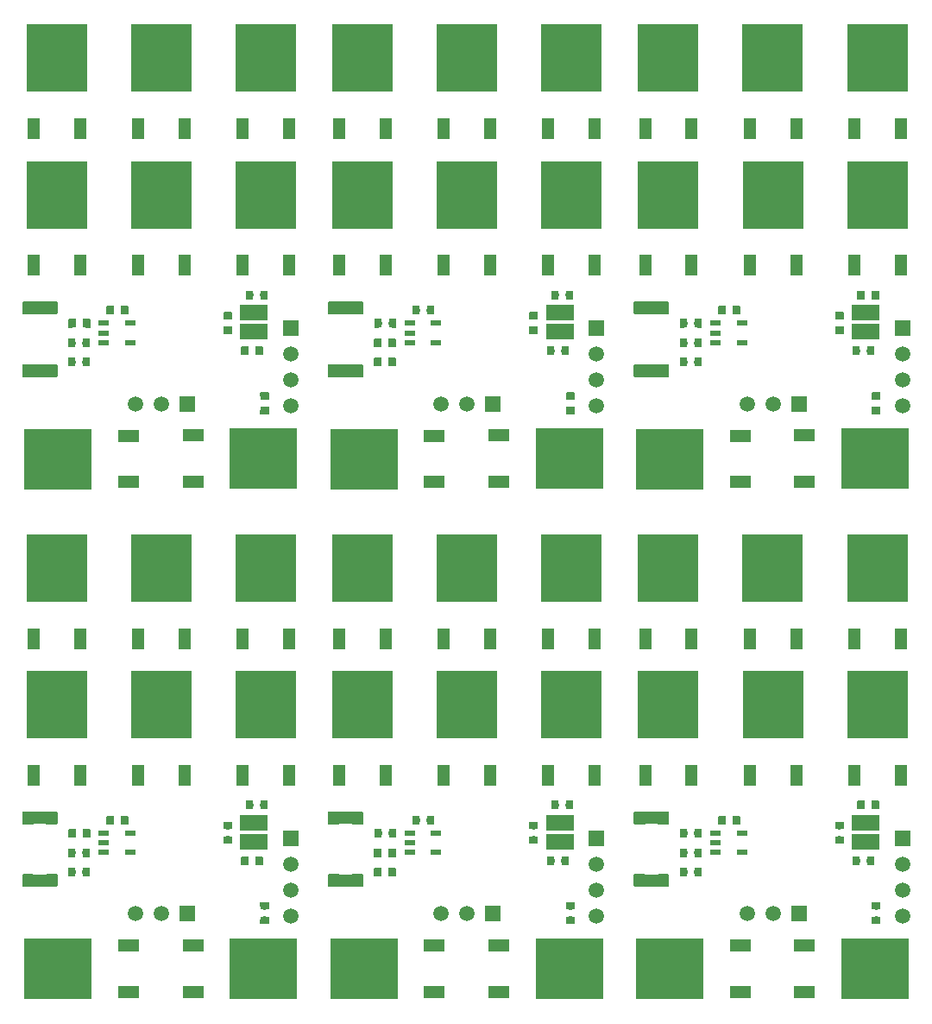
<source format=gbp>
G04*
G04 #@! TF.GenerationSoftware,Altium Limited,Altium Designer,20.1.11 (218)*
G04*
G04 Layer_Color=128*
%FSLAX25Y25*%
%MOIN*%
G70*
G04*
G04 #@! TF.SameCoordinates,9421AAF7-A1CE-47F4-AB83-8062CB6876A7*
G04*
G04*
G04 #@! TF.FilePolarity,Positive*
G04*
G01*
G75*
%ADD11R,0.03543X0.03150*%
%ADD12R,0.05906X0.05906*%
%ADD13C,0.05906*%
%ADD14R,0.03150X0.03543*%
%ADD25R,0.07874X0.04724*%
%ADD26R,0.26378X0.23622*%
%ADD27R,0.04724X0.07874*%
%ADD28R,0.23622X0.26378*%
%ADD29R,0.13606X0.05049*%
%ADD30R,0.03937X0.02362*%
%ADD31R,0.10630X0.05906*%
%ADD32R,0.05906X0.05906*%
G36*
X543330Y381205D02*
Y378307D01*
X543078Y378055D01*
X541913D01*
X540327Y379212D01*
Y380300D01*
X541913Y381457D01*
X543078D01*
X543330Y381205D01*
D02*
G37*
G36*
X537847Y380300D02*
Y379212D01*
X536261Y378055D01*
X535096D01*
X534844Y378307D01*
Y381205D01*
X535096Y381457D01*
X536261D01*
X537847Y380300D01*
D02*
G37*
G36*
X425220Y381205D02*
Y378307D01*
X424968Y378055D01*
X423803D01*
X422217Y379212D01*
Y380300D01*
X423803Y381457D01*
X424968D01*
X425220Y381205D01*
D02*
G37*
G36*
X419737Y380300D02*
Y379212D01*
X418150Y378055D01*
X416986D01*
X416734Y378307D01*
Y381205D01*
X416986Y381457D01*
X418150D01*
X419737Y380300D01*
D02*
G37*
G36*
X307110Y381205D02*
Y378307D01*
X306858Y378055D01*
X305693D01*
X304107Y379212D01*
Y380300D01*
X305693Y381457D01*
X306858D01*
X307110Y381205D01*
D02*
G37*
G36*
X301626Y380300D02*
Y379212D01*
X300040Y378055D01*
X298875D01*
X298623Y378307D01*
Y381205D01*
X298875Y381457D01*
X300040D01*
X301626Y380300D01*
D02*
G37*
G36*
X462130Y376876D02*
Y372614D01*
X461736Y372220D01*
X458034D01*
X457640Y372614D01*
Y373543D01*
X457246Y373937D01*
X453407D01*
X453014Y373543D01*
Y372614D01*
X452620Y372220D01*
X448917D01*
X448524Y372614D01*
Y376876D01*
X448917Y377270D01*
X461736D01*
X462130Y376876D01*
D02*
G37*
G36*
X344020D02*
Y372614D01*
X343626Y372220D01*
X339923D01*
X339530Y372614D01*
Y373543D01*
X339136Y373937D01*
X335297D01*
X334903Y373543D01*
Y372614D01*
X334510Y372220D01*
X330807D01*
X330413Y372614D01*
Y376876D01*
X330807Y377270D01*
X343626D01*
X344020Y376876D01*
D02*
G37*
G36*
X225909D02*
Y372614D01*
X225516Y372220D01*
X221813D01*
X221419Y372614D01*
Y373543D01*
X221026Y373937D01*
X217187D01*
X216793Y373543D01*
Y372614D01*
X216400Y372220D01*
X212697D01*
X212303Y372614D01*
Y376876D01*
X212697Y377270D01*
X225516D01*
X225909Y376876D01*
D02*
G37*
G36*
X489590Y375299D02*
Y372402D01*
X489338Y372150D01*
X488173D01*
X486587Y373306D01*
Y374395D01*
X488173Y375551D01*
X489338D01*
X489590Y375299D01*
D02*
G37*
G36*
X484106Y374395D02*
Y373306D01*
X482520Y372150D01*
X481355D01*
X481103Y372402D01*
Y375299D01*
X481355Y375551D01*
X482520D01*
X484106Y374395D01*
D02*
G37*
G36*
X371480Y375299D02*
Y372402D01*
X371228Y372150D01*
X370063D01*
X368476Y373306D01*
Y374395D01*
X370063Y375551D01*
X371228D01*
X371480Y375299D01*
D02*
G37*
G36*
X365996Y374395D02*
Y373306D01*
X364410Y372150D01*
X363245D01*
X362993Y372402D01*
Y375299D01*
X363245Y375551D01*
X364410D01*
X365996Y374395D01*
D02*
G37*
G36*
X253369Y375299D02*
Y372402D01*
X253117Y372150D01*
X251952D01*
X250366Y373306D01*
Y374395D01*
X251952Y375551D01*
X253117D01*
X253369Y375299D01*
D02*
G37*
G36*
X247886Y374395D02*
Y373306D01*
X246300Y372150D01*
X245135D01*
X244883Y372402D01*
Y375299D01*
X245135Y375551D01*
X246300D01*
X247886Y374395D01*
D02*
G37*
G36*
X529665Y373019D02*
Y371854D01*
X528509Y370268D01*
X527420D01*
X526264Y371854D01*
Y373019D01*
X526516Y373271D01*
X529413D01*
X529665Y373019D01*
D02*
G37*
G36*
X411555D02*
Y371854D01*
X410399Y370268D01*
X409310D01*
X408153Y371854D01*
Y373019D01*
X408405Y373271D01*
X411303D01*
X411555Y373019D01*
D02*
G37*
G36*
X293445D02*
Y371854D01*
X292288Y370268D01*
X291200D01*
X290043Y371854D01*
Y373019D01*
X290295Y373271D01*
X293193D01*
X293445Y373019D01*
D02*
G37*
G36*
X474826Y370280D02*
Y367382D01*
X474574Y367130D01*
X473409D01*
X471823Y368286D01*
Y369375D01*
X473409Y370532D01*
X474574D01*
X474826Y370280D01*
D02*
G37*
G36*
X469343Y369375D02*
Y368286D01*
X467756Y367130D01*
X466591D01*
X466339Y367382D01*
Y370280D01*
X466591Y370532D01*
X467756D01*
X469343Y369375D01*
D02*
G37*
G36*
X356716Y370280D02*
Y367382D01*
X356464Y367130D01*
X355299D01*
X353713Y368286D01*
Y369375D01*
X355299Y370532D01*
X356464D01*
X356716Y370280D01*
D02*
G37*
G36*
X351232Y369375D02*
Y368286D01*
X349646Y367130D01*
X348481D01*
X348229Y367382D01*
Y370280D01*
X348481Y370532D01*
X349646D01*
X351232Y369375D01*
D02*
G37*
G36*
X238605Y370280D02*
Y367382D01*
X238353Y367130D01*
X237189D01*
X235602Y368286D01*
Y369375D01*
X237189Y370532D01*
X238353D01*
X238605Y370280D01*
D02*
G37*
G36*
X233122Y369375D02*
Y368286D01*
X231536Y367130D01*
X230371D01*
X230119Y367382D01*
Y370280D01*
X230371Y370532D01*
X231536D01*
X233122Y369375D01*
D02*
G37*
G36*
X529665Y366201D02*
Y365036D01*
X529413Y364784D01*
X526516D01*
X526264Y365036D01*
Y366201D01*
X527420Y367787D01*
X528509D01*
X529665Y366201D01*
D02*
G37*
G36*
X411555D02*
Y365036D01*
X411303Y364784D01*
X408405D01*
X408153Y365036D01*
Y366201D01*
X409310Y367787D01*
X410399D01*
X411555Y366201D01*
D02*
G37*
G36*
X293445D02*
Y365036D01*
X293193Y364784D01*
X290295D01*
X290043Y365036D01*
Y366201D01*
X291200Y367787D01*
X292288D01*
X293445Y366201D01*
D02*
G37*
G36*
X474727Y362701D02*
Y359803D01*
X474475Y359551D01*
X473311D01*
X471724Y360708D01*
Y361796D01*
X473311Y362953D01*
X474475D01*
X474727Y362701D01*
D02*
G37*
G36*
X469244Y361796D02*
Y360708D01*
X467658Y359551D01*
X466493D01*
X466241Y359803D01*
Y362701D01*
X466493Y362953D01*
X467658D01*
X469244Y361796D01*
D02*
G37*
G36*
X356617Y362701D02*
Y359803D01*
X356365Y359551D01*
X355200D01*
X353614Y360708D01*
Y361796D01*
X355200Y362953D01*
X356365D01*
X356617Y362701D01*
D02*
G37*
G36*
X351134Y361796D02*
Y360708D01*
X349548Y359551D01*
X348383D01*
X348131Y359803D01*
Y362701D01*
X348383Y362953D01*
X349548D01*
X351134Y361796D01*
D02*
G37*
G36*
X238507Y362701D02*
Y359803D01*
X238255Y359551D01*
X237090D01*
X235504Y360708D01*
Y361796D01*
X237090Y362953D01*
X238255D01*
X238507Y362701D01*
D02*
G37*
G36*
X233024Y361796D02*
Y360708D01*
X231437Y359551D01*
X230273D01*
X230020Y359803D01*
Y362701D01*
X230273Y362953D01*
X231437D01*
X233024Y361796D01*
D02*
G37*
G36*
X541559Y359650D02*
Y356752D01*
X541307Y356500D01*
X540142D01*
X538556Y357657D01*
Y358745D01*
X540142Y359902D01*
X541307D01*
X541559Y359650D01*
D02*
G37*
G36*
X536075Y358745D02*
Y357657D01*
X534489Y356500D01*
X533324D01*
X533072Y356752D01*
Y359650D01*
X533324Y359902D01*
X534489D01*
X536075Y358745D01*
D02*
G37*
G36*
X423448Y359650D02*
Y356752D01*
X423196Y356500D01*
X422031D01*
X420445Y357657D01*
Y358745D01*
X422031Y359902D01*
X423196D01*
X423448Y359650D01*
D02*
G37*
G36*
X417965Y358745D02*
Y357657D01*
X416379Y356500D01*
X415214D01*
X414962Y356752D01*
Y359650D01*
X415214Y359902D01*
X416379D01*
X417965Y358745D01*
D02*
G37*
G36*
X305338Y359650D02*
Y356752D01*
X305086Y356500D01*
X303921D01*
X302335Y357657D01*
Y358745D01*
X303921Y359902D01*
X305086D01*
X305338Y359650D01*
D02*
G37*
G36*
X299855Y358745D02*
Y357657D01*
X298269Y356500D01*
X297104D01*
X296852Y356752D01*
Y359650D01*
X297104Y359902D01*
X298269D01*
X299855Y358745D01*
D02*
G37*
G36*
X474727Y355319D02*
Y352421D01*
X474475Y352169D01*
X473311D01*
X471724Y353326D01*
Y354414D01*
X473311Y355571D01*
X474475D01*
X474727Y355319D01*
D02*
G37*
G36*
X469244Y354414D02*
Y353326D01*
X467658Y352169D01*
X466493D01*
X466241Y352421D01*
Y355319D01*
X466493Y355571D01*
X467658D01*
X469244Y354414D01*
D02*
G37*
G36*
X356617Y355319D02*
Y352421D01*
X356365Y352169D01*
X355200D01*
X353614Y353326D01*
Y354414D01*
X355200Y355571D01*
X356365D01*
X356617Y355319D01*
D02*
G37*
G36*
X351134Y354414D02*
Y353326D01*
X349548Y352169D01*
X348383D01*
X348131Y352421D01*
Y355319D01*
X348383Y355571D01*
X349548D01*
X351134Y354414D01*
D02*
G37*
G36*
X238507Y355319D02*
Y352421D01*
X238255Y352169D01*
X237090D01*
X235504Y353326D01*
Y354414D01*
X237090Y355571D01*
X238255D01*
X238507Y355319D01*
D02*
G37*
G36*
X233024Y354414D02*
Y353326D01*
X231437Y352169D01*
X230273D01*
X230020Y352421D01*
Y355319D01*
X230273Y355571D01*
X231437D01*
X233024Y354414D01*
D02*
G37*
G36*
X462130Y352732D02*
Y348470D01*
X461736Y348076D01*
X448917D01*
X448524Y348470D01*
Y352732D01*
X448917Y353126D01*
X452620D01*
X453014Y352732D01*
Y351803D01*
X453407Y351409D01*
X457246D01*
X457640Y351803D01*
Y352732D01*
X458034Y353126D01*
X461736D01*
X462130Y352732D01*
D02*
G37*
G36*
X344020D02*
Y348470D01*
X343626Y348076D01*
X330807D01*
X330413Y348470D01*
Y352732D01*
X330807Y353126D01*
X334510D01*
X334903Y352732D01*
Y351803D01*
X335297Y351409D01*
X339136D01*
X339530Y351803D01*
Y352732D01*
X339923Y353126D01*
X343626D01*
X344020Y352732D01*
D02*
G37*
G36*
X225909D02*
Y348470D01*
X225516Y348076D01*
X212697D01*
X212303Y348470D01*
Y352732D01*
X212697Y353126D01*
X216400D01*
X216793Y352732D01*
Y351803D01*
X217187Y351409D01*
X221026D01*
X221419Y351803D01*
Y352732D01*
X221813Y353126D01*
X225516D01*
X225909Y352732D01*
D02*
G37*
G36*
X543839Y342015D02*
Y340850D01*
X542682Y339263D01*
X541594D01*
X540437Y340850D01*
Y342015D01*
X540689Y342267D01*
X543587D01*
X543839Y342015D01*
D02*
G37*
G36*
X425728D02*
Y340850D01*
X424572Y339263D01*
X423483D01*
X422327Y340850D01*
Y342015D01*
X422579Y342267D01*
X425476D01*
X425728Y342015D01*
D02*
G37*
G36*
X307618D02*
Y340850D01*
X306462Y339263D01*
X305373D01*
X304217Y340850D01*
Y342015D01*
X304468Y342267D01*
X307366D01*
X307618Y342015D01*
D02*
G37*
G36*
X543839Y335197D02*
Y334032D01*
X543587Y333780D01*
X540689D01*
X540437Y334032D01*
Y335197D01*
X541594Y336783D01*
X542682D01*
X543839Y335197D01*
D02*
G37*
G36*
X425728D02*
Y334032D01*
X425476Y333780D01*
X422579D01*
X422327Y334032D01*
Y335197D01*
X423483Y336783D01*
X424572D01*
X425728Y335197D01*
D02*
G37*
G36*
X307618D02*
Y334032D01*
X307366Y333780D01*
X304468D01*
X304217Y334032D01*
Y335197D01*
X305373Y336783D01*
X306462D01*
X307618Y335197D01*
D02*
G37*
G36*
X543330Y184354D02*
Y181457D01*
X543078Y181205D01*
X541913D01*
X540327Y182361D01*
Y183450D01*
X541913Y184606D01*
X543078D01*
X543330Y184354D01*
D02*
G37*
G36*
X537847Y183450D02*
Y182361D01*
X536261Y181205D01*
X535096D01*
X534844Y181457D01*
Y184354D01*
X535096Y184606D01*
X536261D01*
X537847Y183450D01*
D02*
G37*
G36*
X425220Y184354D02*
Y181457D01*
X424968Y181205D01*
X423803D01*
X422217Y182361D01*
Y183450D01*
X423803Y184606D01*
X424968D01*
X425220Y184354D01*
D02*
G37*
G36*
X419737Y183450D02*
Y182361D01*
X418150Y181205D01*
X416986D01*
X416734Y181457D01*
Y184354D01*
X416986Y184606D01*
X418150D01*
X419737Y183450D01*
D02*
G37*
G36*
X307110Y184354D02*
Y181457D01*
X306858Y181205D01*
X305693D01*
X304107Y182361D01*
Y183450D01*
X305693Y184606D01*
X306858D01*
X307110Y184354D01*
D02*
G37*
G36*
X301626Y183450D02*
Y182361D01*
X300040Y181205D01*
X298875D01*
X298623Y181457D01*
Y184354D01*
X298875Y184606D01*
X300040D01*
X301626Y183450D01*
D02*
G37*
G36*
X462130Y180025D02*
Y175763D01*
X461736Y175370D01*
X458034D01*
X457640Y175763D01*
Y176693D01*
X457246Y177087D01*
X453407D01*
X453014Y176693D01*
Y175763D01*
X452620Y175370D01*
X448917D01*
X448524Y175763D01*
Y180025D01*
X448917Y180419D01*
X461736D01*
X462130Y180025D01*
D02*
G37*
G36*
X344020D02*
Y175763D01*
X343626Y175370D01*
X339923D01*
X339530Y175763D01*
Y176693D01*
X339136Y177087D01*
X335297D01*
X334903Y176693D01*
Y175763D01*
X334510Y175370D01*
X330807D01*
X330413Y175763D01*
Y180025D01*
X330807Y180419D01*
X343626D01*
X344020Y180025D01*
D02*
G37*
G36*
X225909D02*
Y175763D01*
X225516Y175370D01*
X221813D01*
X221419Y175763D01*
Y176693D01*
X221026Y177087D01*
X217187D01*
X216793Y176693D01*
Y175763D01*
X216400Y175370D01*
X212697D01*
X212303Y175763D01*
Y180025D01*
X212697Y180419D01*
X225516D01*
X225909Y180025D01*
D02*
G37*
G36*
X489590Y178449D02*
Y175551D01*
X489338Y175299D01*
X488173D01*
X486587Y176456D01*
Y177544D01*
X488173Y178701D01*
X489338D01*
X489590Y178449D01*
D02*
G37*
G36*
X484106Y177544D02*
Y176456D01*
X482520Y175299D01*
X481355D01*
X481103Y175551D01*
Y178449D01*
X481355Y178701D01*
X482520D01*
X484106Y177544D01*
D02*
G37*
G36*
X371480Y178449D02*
Y175551D01*
X371228Y175299D01*
X370063D01*
X368476Y176456D01*
Y177544D01*
X370063Y178701D01*
X371228D01*
X371480Y178449D01*
D02*
G37*
G36*
X365996Y177544D02*
Y176456D01*
X364410Y175299D01*
X363245D01*
X362993Y175551D01*
Y178449D01*
X363245Y178701D01*
X364410D01*
X365996Y177544D01*
D02*
G37*
G36*
X253369Y178449D02*
Y175551D01*
X253117Y175299D01*
X251952D01*
X250366Y176456D01*
Y177544D01*
X251952Y178701D01*
X253117D01*
X253369Y178449D01*
D02*
G37*
G36*
X247886Y177544D02*
Y176456D01*
X246300Y175299D01*
X245135D01*
X244883Y175551D01*
Y178449D01*
X245135Y178701D01*
X246300D01*
X247886Y177544D01*
D02*
G37*
G36*
X529665Y176169D02*
Y175004D01*
X528509Y173417D01*
X527420D01*
X526264Y175004D01*
Y176169D01*
X526516Y176420D01*
X529413D01*
X529665Y176169D01*
D02*
G37*
G36*
X411555D02*
Y175004D01*
X410399Y173417D01*
X409310D01*
X408153Y175004D01*
Y176169D01*
X408405Y176420D01*
X411303D01*
X411555Y176169D01*
D02*
G37*
G36*
X293445D02*
Y175004D01*
X292288Y173417D01*
X291200D01*
X290043Y175004D01*
Y176169D01*
X290295Y176420D01*
X293193D01*
X293445Y176169D01*
D02*
G37*
G36*
X474826Y173429D02*
Y170531D01*
X474574Y170280D01*
X473409D01*
X471823Y171436D01*
Y172525D01*
X473409Y173681D01*
X474574D01*
X474826Y173429D01*
D02*
G37*
G36*
X469343Y172525D02*
Y171436D01*
X467756Y170280D01*
X466591D01*
X466339Y170531D01*
Y173429D01*
X466591Y173681D01*
X467756D01*
X469343Y172525D01*
D02*
G37*
G36*
X356716Y173429D02*
Y170531D01*
X356464Y170280D01*
X355299D01*
X353713Y171436D01*
Y172525D01*
X355299Y173681D01*
X356464D01*
X356716Y173429D01*
D02*
G37*
G36*
X351232Y172525D02*
Y171436D01*
X349646Y170280D01*
X348481D01*
X348229Y170531D01*
Y173429D01*
X348481Y173681D01*
X349646D01*
X351232Y172525D01*
D02*
G37*
G36*
X238605Y173429D02*
Y170531D01*
X238353Y170280D01*
X237189D01*
X235602Y171436D01*
Y172525D01*
X237189Y173681D01*
X238353D01*
X238605Y173429D01*
D02*
G37*
G36*
X233122Y172525D02*
Y171436D01*
X231536Y170280D01*
X230371D01*
X230119Y170531D01*
Y173429D01*
X230371Y173681D01*
X231536D01*
X233122Y172525D01*
D02*
G37*
G36*
X529665Y169351D02*
Y168186D01*
X529413Y167934D01*
X526516D01*
X526264Y168186D01*
Y169351D01*
X527420Y170937D01*
X528509D01*
X529665Y169351D01*
D02*
G37*
G36*
X411555D02*
Y168186D01*
X411303Y167934D01*
X408405D01*
X408153Y168186D01*
Y169351D01*
X409310Y170937D01*
X410399D01*
X411555Y169351D01*
D02*
G37*
G36*
X293445D02*
Y168186D01*
X293193Y167934D01*
X290295D01*
X290043Y168186D01*
Y169351D01*
X291200Y170937D01*
X292288D01*
X293445Y169351D01*
D02*
G37*
G36*
X474727Y165850D02*
Y162953D01*
X474475Y162701D01*
X473311D01*
X471724Y163857D01*
Y164946D01*
X473311Y166102D01*
X474475D01*
X474727Y165850D01*
D02*
G37*
G36*
X469244Y164946D02*
Y163857D01*
X467658Y162701D01*
X466493D01*
X466241Y162953D01*
Y165850D01*
X466493Y166102D01*
X467658D01*
X469244Y164946D01*
D02*
G37*
G36*
X356617Y165850D02*
Y162953D01*
X356365Y162701D01*
X355200D01*
X353614Y163857D01*
Y164946D01*
X355200Y166102D01*
X356365D01*
X356617Y165850D01*
D02*
G37*
G36*
X351134Y164946D02*
Y163857D01*
X349548Y162701D01*
X348383D01*
X348131Y162953D01*
Y165850D01*
X348383Y166102D01*
X349548D01*
X351134Y164946D01*
D02*
G37*
G36*
X238507Y165850D02*
Y162953D01*
X238255Y162701D01*
X237090D01*
X235504Y163857D01*
Y164946D01*
X237090Y166102D01*
X238255D01*
X238507Y165850D01*
D02*
G37*
G36*
X233024Y164946D02*
Y163857D01*
X231437Y162701D01*
X230273D01*
X230020Y162953D01*
Y165850D01*
X230273Y166102D01*
X231437D01*
X233024Y164946D01*
D02*
G37*
G36*
X541559Y162799D02*
Y159902D01*
X541307Y159650D01*
X540142D01*
X538556Y160806D01*
Y161895D01*
X540142Y163051D01*
X541307D01*
X541559Y162799D01*
D02*
G37*
G36*
X536075Y161895D02*
Y160806D01*
X534489Y159650D01*
X533324D01*
X533072Y159902D01*
Y162799D01*
X533324Y163051D01*
X534489D01*
X536075Y161895D01*
D02*
G37*
G36*
X423448Y162799D02*
Y159902D01*
X423196Y159650D01*
X422031D01*
X420445Y160806D01*
Y161895D01*
X422031Y163051D01*
X423196D01*
X423448Y162799D01*
D02*
G37*
G36*
X417965Y161895D02*
Y160806D01*
X416379Y159650D01*
X415214D01*
X414962Y159902D01*
Y162799D01*
X415214Y163051D01*
X416379D01*
X417965Y161895D01*
D02*
G37*
G36*
X305338Y162799D02*
Y159902D01*
X305086Y159650D01*
X303921D01*
X302335Y160806D01*
Y161895D01*
X303921Y163051D01*
X305086D01*
X305338Y162799D01*
D02*
G37*
G36*
X299855Y161895D02*
Y160806D01*
X298269Y159650D01*
X297104D01*
X296852Y159902D01*
Y162799D01*
X297104Y163051D01*
X298269D01*
X299855Y161895D01*
D02*
G37*
G36*
X474727Y158468D02*
Y155571D01*
X474475Y155319D01*
X473311D01*
X471724Y156475D01*
Y157564D01*
X473311Y158721D01*
X474475D01*
X474727Y158468D01*
D02*
G37*
G36*
X469244Y157564D02*
Y156475D01*
X467658Y155319D01*
X466493D01*
X466241Y155571D01*
Y158468D01*
X466493Y158721D01*
X467658D01*
X469244Y157564D01*
D02*
G37*
G36*
X356617Y158468D02*
Y155571D01*
X356365Y155319D01*
X355200D01*
X353614Y156475D01*
Y157564D01*
X355200Y158721D01*
X356365D01*
X356617Y158468D01*
D02*
G37*
G36*
X351134Y157564D02*
Y156475D01*
X349548Y155319D01*
X348383D01*
X348131Y155571D01*
Y158468D01*
X348383Y158721D01*
X349548D01*
X351134Y157564D01*
D02*
G37*
G36*
X238507Y158468D02*
Y155571D01*
X238255Y155319D01*
X237090D01*
X235504Y156475D01*
Y157564D01*
X237090Y158721D01*
X238255D01*
X238507Y158468D01*
D02*
G37*
G36*
X233024Y157564D02*
Y156475D01*
X231437Y155319D01*
X230273D01*
X230020Y155571D01*
Y158468D01*
X230273Y158721D01*
X231437D01*
X233024Y157564D01*
D02*
G37*
G36*
X462130Y155882D02*
Y151620D01*
X461736Y151226D01*
X448917D01*
X448524Y151620D01*
Y155882D01*
X448917Y156275D01*
X452620D01*
X453014Y155882D01*
Y154952D01*
X453407Y154559D01*
X457246D01*
X457640Y154952D01*
Y155882D01*
X458034Y156275D01*
X461736D01*
X462130Y155882D01*
D02*
G37*
G36*
X344020D02*
Y151620D01*
X343626Y151226D01*
X330807D01*
X330413Y151620D01*
Y155882D01*
X330807Y156275D01*
X334510D01*
X334903Y155882D01*
Y154952D01*
X335297Y154559D01*
X339136D01*
X339530Y154952D01*
Y155882D01*
X339923Y156275D01*
X343626D01*
X344020Y155882D01*
D02*
G37*
G36*
X225909D02*
Y151620D01*
X225516Y151226D01*
X212697D01*
X212303Y151620D01*
Y155882D01*
X212697Y156275D01*
X216400D01*
X216793Y155882D01*
Y154952D01*
X217187Y154559D01*
X221026D01*
X221419Y154952D01*
Y155882D01*
X221813Y156275D01*
X225516D01*
X225909Y155882D01*
D02*
G37*
G36*
X543839Y145164D02*
Y143999D01*
X542682Y142413D01*
X541594D01*
X540437Y143999D01*
Y145164D01*
X540689Y145416D01*
X543587D01*
X543839Y145164D01*
D02*
G37*
G36*
X425728D02*
Y143999D01*
X424572Y142413D01*
X423483D01*
X422327Y143999D01*
Y145164D01*
X422579Y145416D01*
X425476D01*
X425728Y145164D01*
D02*
G37*
G36*
X307618D02*
Y143999D01*
X306462Y142413D01*
X305373D01*
X304217Y143999D01*
Y145164D01*
X304468Y145416D01*
X307366D01*
X307618Y145164D01*
D02*
G37*
G36*
X543839Y138346D02*
Y137181D01*
X543587Y136930D01*
X540689D01*
X540437Y137181D01*
Y138346D01*
X541594Y139933D01*
X542682D01*
X543839Y138346D01*
D02*
G37*
G36*
X425728D02*
Y137181D01*
X425476Y136930D01*
X422579D01*
X422327Y137181D01*
Y138346D01*
X423483Y139933D01*
X424572D01*
X425728Y138346D01*
D02*
G37*
G36*
X307618D02*
Y137181D01*
X307366Y136930D01*
X304468D01*
X304217Y137181D01*
Y138346D01*
X305373Y139933D01*
X306462D01*
X307618Y138346D01*
D02*
G37*
D11*
X291744Y169422D02*
D03*
Y174933D02*
D03*
X305917Y138417D02*
D03*
Y143928D02*
D03*
X409854Y169422D02*
D03*
Y174933D02*
D03*
X424027Y138417D02*
D03*
Y143928D02*
D03*
X527965Y169422D02*
D03*
Y174933D02*
D03*
X542138Y138417D02*
D03*
Y143928D02*
D03*
X291744Y366272D02*
D03*
Y371783D02*
D03*
X305917Y335268D02*
D03*
Y340779D02*
D03*
X409854Y366272D02*
D03*
Y371783D02*
D03*
X424027Y335268D02*
D03*
Y340779D02*
D03*
X527965Y366272D02*
D03*
Y371783D02*
D03*
X542138Y335268D02*
D03*
Y340779D02*
D03*
D12*
X316055Y169972D02*
D03*
X434165D02*
D03*
X552276D02*
D03*
X316055Y366823D02*
D03*
X434165D02*
D03*
X552276D02*
D03*
D13*
X316055Y139972D02*
D03*
Y149972D02*
D03*
Y159972D02*
D03*
X266067Y140878D02*
D03*
X256067D02*
D03*
X434165Y139972D02*
D03*
Y149972D02*
D03*
Y159972D02*
D03*
X384177Y140878D02*
D03*
X374177D02*
D03*
X552276Y139972D02*
D03*
Y149972D02*
D03*
Y159972D02*
D03*
X502288Y140878D02*
D03*
X492288D02*
D03*
X316055Y336823D02*
D03*
Y346823D02*
D03*
Y356823D02*
D03*
X266067Y337728D02*
D03*
X256067D02*
D03*
X434165Y336823D02*
D03*
Y346823D02*
D03*
Y356823D02*
D03*
X384177Y337728D02*
D03*
X374177D02*
D03*
X552276Y336823D02*
D03*
Y346823D02*
D03*
Y356823D02*
D03*
X502288Y337728D02*
D03*
X492288D02*
D03*
D14*
X237019Y157020D02*
D03*
X231508D02*
D03*
Y164402D02*
D03*
X237019D02*
D03*
X246371Y177000D02*
D03*
X251882D02*
D03*
X231607Y171980D02*
D03*
X237118D02*
D03*
X298339Y161350D02*
D03*
X303850D02*
D03*
X305622Y182905D02*
D03*
X300111D02*
D03*
X355130Y157020D02*
D03*
X349619D02*
D03*
Y164402D02*
D03*
X355130D02*
D03*
X364481Y177000D02*
D03*
X369992D02*
D03*
X349717Y171980D02*
D03*
X355228D02*
D03*
X416450Y161350D02*
D03*
X421961D02*
D03*
X423732Y182905D02*
D03*
X418221D02*
D03*
X473240Y157020D02*
D03*
X467729D02*
D03*
Y164402D02*
D03*
X473240D02*
D03*
X482591Y177000D02*
D03*
X488102D02*
D03*
X467827Y171980D02*
D03*
X473338D02*
D03*
X534560Y161350D02*
D03*
X540071D02*
D03*
X541843Y182905D02*
D03*
X536332D02*
D03*
X237019Y353870D02*
D03*
X231508D02*
D03*
Y361252D02*
D03*
X237019D02*
D03*
X246371Y373850D02*
D03*
X251882D02*
D03*
X231607Y368831D02*
D03*
X237118D02*
D03*
X298339Y358201D02*
D03*
X303850D02*
D03*
X305622Y379756D02*
D03*
X300111D02*
D03*
X355130Y353870D02*
D03*
X349619D02*
D03*
Y361252D02*
D03*
X355130D02*
D03*
X364481Y373850D02*
D03*
X369992D02*
D03*
X349717Y368831D02*
D03*
X355228D02*
D03*
X416450Y358201D02*
D03*
X421961D02*
D03*
X423732Y379756D02*
D03*
X418221D02*
D03*
X473240Y353870D02*
D03*
X467729D02*
D03*
Y361252D02*
D03*
X473240D02*
D03*
X482591Y373850D02*
D03*
X488102D02*
D03*
X467827Y368831D02*
D03*
X473338D02*
D03*
X534560Y358201D02*
D03*
X540071D02*
D03*
X541843Y379756D02*
D03*
X536332D02*
D03*
D25*
X278273Y128661D02*
D03*
Y110709D02*
D03*
X253387Y110642D02*
D03*
Y128594D02*
D03*
X396383Y128661D02*
D03*
Y110709D02*
D03*
X371498Y110642D02*
D03*
Y128594D02*
D03*
X514494Y128661D02*
D03*
Y110709D02*
D03*
X489608Y110642D02*
D03*
Y128594D02*
D03*
X278273Y325512D02*
D03*
Y307559D02*
D03*
X253387Y307492D02*
D03*
Y325445D02*
D03*
X396383Y325512D02*
D03*
Y307559D02*
D03*
X371498Y307492D02*
D03*
Y325445D02*
D03*
X514494Y325512D02*
D03*
Y307559D02*
D03*
X489608Y307492D02*
D03*
Y325445D02*
D03*
D26*
X305497Y119764D02*
D03*
X226164Y119539D02*
D03*
X423607Y119764D02*
D03*
X344274Y119539D02*
D03*
X541717Y119764D02*
D03*
X462384Y119539D02*
D03*
X305497Y316614D02*
D03*
X226164Y316390D02*
D03*
X423607Y316614D02*
D03*
X344274Y316390D02*
D03*
X541717Y316614D02*
D03*
X462384Y316390D02*
D03*
D27*
X257079Y247108D02*
D03*
X275031D02*
D03*
X315402Y194388D02*
D03*
X297449D02*
D03*
X257079D02*
D03*
X275031D02*
D03*
X216709D02*
D03*
X234661D02*
D03*
X315402Y247108D02*
D03*
X297449D02*
D03*
X234661D02*
D03*
X216709D02*
D03*
X375189D02*
D03*
X393142D02*
D03*
X433512Y194388D02*
D03*
X415559D02*
D03*
X375189D02*
D03*
X393142D02*
D03*
X334819D02*
D03*
X352771D02*
D03*
X433512Y247108D02*
D03*
X415559D02*
D03*
X352771D02*
D03*
X334819D02*
D03*
X493299D02*
D03*
X511252D02*
D03*
X551622Y194388D02*
D03*
X533669D02*
D03*
X493299D02*
D03*
X511252D02*
D03*
X452929D02*
D03*
X470882D02*
D03*
X551622Y247108D02*
D03*
X533669D02*
D03*
X470882D02*
D03*
X452929D02*
D03*
X257079Y443958D02*
D03*
X275031D02*
D03*
X315402Y391238D02*
D03*
X297449D02*
D03*
X257079D02*
D03*
X275031D02*
D03*
X216709D02*
D03*
X234661D02*
D03*
X315402Y443958D02*
D03*
X297449D02*
D03*
X234661D02*
D03*
X216709D02*
D03*
X375189D02*
D03*
X393142D02*
D03*
X433512Y391238D02*
D03*
X415559D02*
D03*
X375189D02*
D03*
X393142D02*
D03*
X334819D02*
D03*
X352771D02*
D03*
X433512Y443958D02*
D03*
X415559D02*
D03*
X352771D02*
D03*
X334819D02*
D03*
X493299D02*
D03*
X511252D02*
D03*
X551622Y391238D02*
D03*
X533669D02*
D03*
X493299D02*
D03*
X511252D02*
D03*
X452929D02*
D03*
X470882D02*
D03*
X551622Y443958D02*
D03*
X533669D02*
D03*
X470882D02*
D03*
X452929D02*
D03*
D28*
X265977Y274332D02*
D03*
X306347Y221612D02*
D03*
X266055D02*
D03*
X225606D02*
D03*
X306347Y274332D02*
D03*
X225606D02*
D03*
X384087D02*
D03*
X424457Y221612D02*
D03*
X384165D02*
D03*
X343717D02*
D03*
X424457Y274332D02*
D03*
X343717D02*
D03*
X502197D02*
D03*
X542567Y221612D02*
D03*
X502276D02*
D03*
X461827D02*
D03*
X542567Y274332D02*
D03*
X461827D02*
D03*
X265977Y471182D02*
D03*
X306347Y418462D02*
D03*
X266055D02*
D03*
X225606D02*
D03*
X306347Y471182D02*
D03*
X225606D02*
D03*
X384087D02*
D03*
X424457Y418462D02*
D03*
X384165D02*
D03*
X343717D02*
D03*
X424457Y471182D02*
D03*
X343717D02*
D03*
X502197D02*
D03*
X542567Y418462D02*
D03*
X502276D02*
D03*
X461827D02*
D03*
X542567Y471182D02*
D03*
X461827D02*
D03*
D29*
X219106Y153751D02*
D03*
Y177894D02*
D03*
X337216Y153751D02*
D03*
Y177894D02*
D03*
X455327Y153751D02*
D03*
Y177894D02*
D03*
X219106Y350601D02*
D03*
Y374745D02*
D03*
X337216Y350601D02*
D03*
Y374745D02*
D03*
X455327Y350601D02*
D03*
Y374745D02*
D03*
D30*
X254047Y164500D02*
D03*
X254047Y171980D02*
D03*
X243811Y171980D02*
D03*
X243811Y168240D02*
D03*
X243811Y164500D02*
D03*
X372158Y164500D02*
D03*
X372157Y171980D02*
D03*
X361921Y171980D02*
D03*
X361921Y168240D02*
D03*
X361922Y164500D02*
D03*
X490268Y164500D02*
D03*
X490268Y171980D02*
D03*
X480031Y171980D02*
D03*
X480031Y168240D02*
D03*
X480032Y164500D02*
D03*
X254047Y361351D02*
D03*
X254047Y368831D02*
D03*
X243811Y368830D02*
D03*
X243811Y365090D02*
D03*
X243811Y361350D02*
D03*
X372158Y361351D02*
D03*
X372157Y368831D02*
D03*
X361921Y368830D02*
D03*
X361921Y365090D02*
D03*
X361922Y361350D02*
D03*
X490268Y361351D02*
D03*
X490268Y368831D02*
D03*
X480031Y368830D02*
D03*
X480031Y365090D02*
D03*
X480032Y361350D02*
D03*
D31*
X301882Y168633D02*
D03*
Y176115D02*
D03*
X419992Y168633D02*
D03*
Y176115D02*
D03*
X538102Y168633D02*
D03*
Y176115D02*
D03*
X301882Y365484D02*
D03*
Y372965D02*
D03*
X419992Y365484D02*
D03*
Y372965D02*
D03*
X538102Y365484D02*
D03*
Y372965D02*
D03*
D32*
X276067Y140878D02*
D03*
X394177D02*
D03*
X512288D02*
D03*
X276067Y337728D02*
D03*
X394177D02*
D03*
X512288D02*
D03*
M02*

</source>
